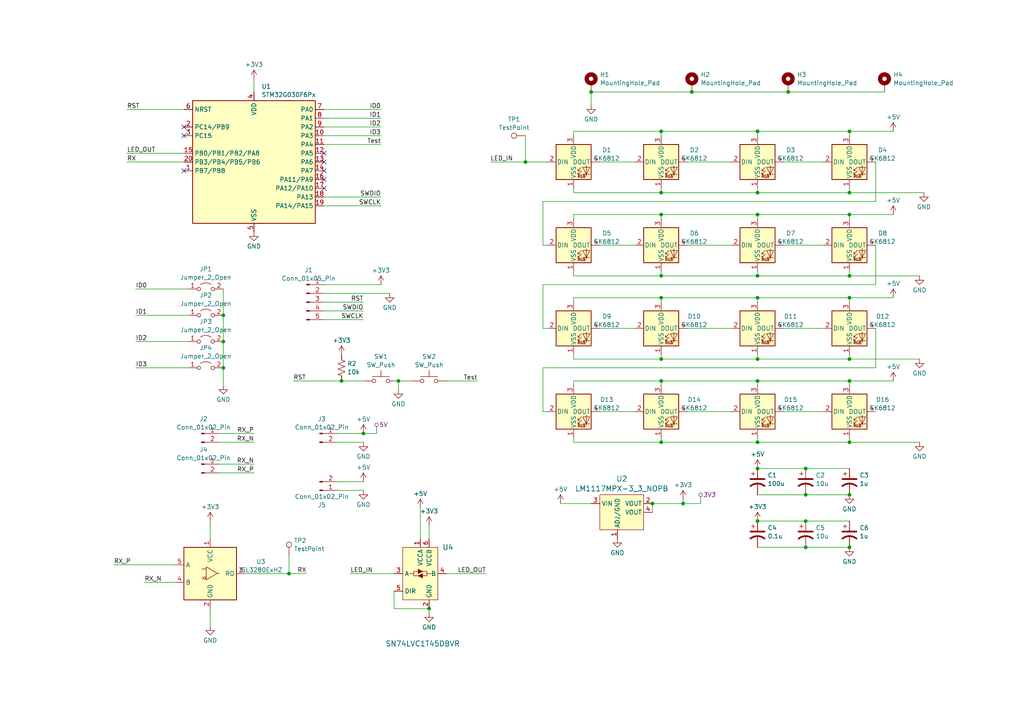
<source format=kicad_sch>
(kicad_sch (version 20230121) (generator eeschema)
  (paper "A4")
  (lib_symbols
    (symbol "CellLight-rescue:SN74LVC1T45DBVR-dk_Logic-Translators-Level-Shifters"
      (property "Reference" "U" (at -3.81 8.89 0))
      (property "Value" "dk_Logic-Translators-Level-Shifters_SN74LVC1T45DBVR" (at -1.27 11.43 0))
      (symbol "SN74LVC1T45DBVR-dk_Logic-Translators-Level-Shifters_0_1"
        (rectangle (start -5.08 7.62) (end 5.08 -7.62) (fill (type background)))
        (polyline (pts (xy -3.175 0) (xy -1.905 0)))
        (polyline (pts (xy 3.175 0) (xy 1.905 0)))
        (polyline (pts (xy -1.905 0) (xy -1.905 -0.635) (xy -0.508 -0.635)))
        (polyline (pts (xy -1.905 0) (xy -1.905 0.635) (xy -0.635 0.635)))
        (polyline (pts (xy 1.905 0) (xy 1.905 -0.635) (xy 0.635 -0.635)))
        (polyline (pts (xy 1.905 0) (xy 1.905 0.635) (xy 0.635 0.635)))
        (polyline (pts (xy -0.635 1.27) (xy -0.635 0) (xy 0.635 0.635) (xy -0.635 1.27)) (fill (type outline)))
        (polyline (pts (xy 0.635 0) (xy 0.635 -1.27) (xy -0.635 -0.635) (xy 0.635 0)) (fill (type outline)))
      )
      (symbol "SN74LVC1T45DBVR-dk_Logic-Translators-Level-Shifters_1_1"
        (pin power_in line (at 0 10.16 270) (length 2.54) (name "VCCA") (number "1"))
        (pin power_in line (at 2.54 -10.16 90) (length 2.54) (name "GND") (number "2"))
        (pin bidirectional line (at -7.62 0 0) (length 2.54) (name "A") (number "3"))
        (pin bidirectional line (at 7.62 0 180) (length 2.54) (name "B") (number "4"))
        (pin input line (at -7.62 -5.08 0) (length 2.54) (name "DIR") (number "5"))
        (pin power_in line (at 2.54 10.16 270) (length 2.54) (name "VCCB") (number "6"))
      )
    )
    (symbol "Connector:Conn_01x02_Pin" (pin_names (offset 1.016) hide)
      (property "Reference" "J" (at 0 2.54 0))
      (property "Value" "Conn_01x02_Pin" (at 0 -5.08 0))
      (symbol "Conn_01x02_Pin_1_1"
        (polyline (pts (xy 1.27 -2.54) (xy 0.8636 -2.54)) (stroke (width 0.1524)))
        (polyline (pts (xy 1.27 0) (xy 0.8636 0)) (stroke (width 0.1524)))
        (rectangle (start 0.8636 -2.413) (end 0 -2.667) (stroke (width 0.1524)) (fill (type outline)))
        (rectangle (start 0.8636 0.127) (end 0 -0.127) (stroke (width 0.1524)) (fill (type outline)))
        (pin passive line (at 5.08 0 180) (length 3.81) (name "Pin_1") (number "1"))
        (pin passive line (at 5.08 -2.54 180) (length 3.81) (name "Pin_2") (number "2"))
      )
    )
    (symbol "Connector:Conn_01x05_Pin" (pin_names (offset 1.016) hide)
      (property "Reference" "J" (at 0 7.62 0))
      (property "Value" "Conn_01x05_Pin" (at 0 -7.62 0))
      (symbol "Conn_01x05_Pin_1_1"
        (polyline (pts (xy 1.27 -5.08) (xy 0.8636 -5.08)) (stroke (width 0.1524)))
        (polyline (pts (xy 1.27 -2.54) (xy 0.8636 -2.54)) (stroke (width 0.1524)))
        (polyline (pts (xy 1.27 0) (xy 0.8636 0)) (stroke (width 0.1524)))
        (polyline (pts (xy 1.27 2.54) (xy 0.8636 2.54)) (stroke (width 0.1524)))
        (polyline (pts (xy 1.27 5.08) (xy 0.8636 5.08)) (stroke (width 0.1524)))
        (rectangle (start 0.8636 -4.953) (end 0 -5.207) (stroke (width 0.1524)) (fill (type outline)))
        (rectangle (start 0.8636 -2.413) (end 0 -2.667) (stroke (width 0.1524)) (fill (type outline)))
        (rectangle (start 0.8636 0.127) (end 0 -0.127) (stroke (width 0.1524)) (fill (type outline)))
        (rectangle (start 0.8636 2.667) (end 0 2.413) (stroke (width 0.1524)) (fill (type outline)))
        (rectangle (start 0.8636 5.207) (end 0 4.953) (stroke (width 0.1524)) (fill (type outline)))
        (pin passive line (at 5.08 5.08 180) (length 3.81) (name "Pin_1") (number "1"))
        (pin passive line (at 5.08 2.54 180) (length 3.81) (name "Pin_2") (number "2"))
        (pin passive line (at 5.08 0 180) (length 3.81) (name "Pin_3") (number "3"))
        (pin passive line (at 5.08 -2.54 180) (length 3.81) (name "Pin_4") (number "4"))
        (pin passive line (at 5.08 -5.08 180) (length 3.81) (name "Pin_5") (number "5"))
      )
    )
    (symbol "Connector:TestPoint" (pin_numbers hide) (pin_names (offset 0.762) hide)
      (property "Reference" "TP" (at 0 6.858 0))
      (property "Value" "TestPoint" (at 0 5.08 0))
      (symbol "TestPoint_0_1"
        (circle (center 0 3.302) (radius 0.762))
      )
      (symbol "TestPoint_1_1"
        (pin passive line (at 0 0 90) (length 2.54) (name "1") (number "1"))
      )
    )
    (symbol "Device:C_Polarized_US" (pin_numbers hide) (pin_names (offset 0.254) hide)
      (property "Reference" "C" (at 0.635 2.54 0))
      (property "Value" "C_Polarized_US" (at 0.635 -2.54 0))
      (symbol "C_Polarized_US_0_1"
        (polyline (pts (xy -2.032 0.762) (xy 2.032 0.762)) (stroke (width 0.508)))
        (polyline (pts (xy -1.778 2.286) (xy -0.762 2.286)))
        (polyline (pts (xy -1.27 1.778) (xy -1.27 2.794)))
        (arc (start 2.032 -1.27) (mid 0 -0.5572) (end -2.032 -1.27) (stroke (width 0.508)))
      )
      (symbol "C_Polarized_US_1_1"
        (pin passive line (at 0 3.81 270) (length 2.794) (name "~") (number "1"))
        (pin passive line (at 0 -3.81 90) (length 3.302) (name "~") (number "2"))
      )
    )
    (symbol "Device:R_US" (pin_numbers hide) (pin_names (offset 0))
      (property "Reference" "R" (at 2.54 0 90))
      (property "Value" "R_US" (at -2.54 0 90))
      (symbol "R_US_0_1"
        (polyline (pts (xy 0 -2.286) (xy 0 -2.54)))
        (polyline (pts (xy 0 2.286) (xy 0 2.54)))
        (polyline (pts (xy 0 -0.762) (xy 1.016 -1.143) (xy 0 -1.524) (xy -1.016 -1.905) (xy 0 -2.286)))
        (polyline (pts (xy 0 0.762) (xy 1.016 0.381) (xy 0 0) (xy -1.016 -0.381) (xy 0 -0.762)))
        (polyline (pts (xy 0 2.286) (xy 1.016 1.905) (xy 0 1.524) (xy -1.016 1.143) (xy 0 0.762)))
      )
      (symbol "R_US_1_1"
        (pin passive line (at 0 3.81 270) (length 1.27) (name "~") (number "1"))
        (pin passive line (at 0 -3.81 90) (length 1.27) (name "~") (number "2"))
      )
    )
    (symbol "Interface_UART:ISL3280ExHZ"
      (property "Reference" "U" (at 2.54 11.43 0))
      (property "Value" "ISL3280ExHZ" (at 2.54 8.89 0))
      (symbol "ISL3280ExHZ_0_1"
        (circle (center -1.651 -1.2954) (radius 0.3556))
        (polyline (pts (xy -2.0574 -1.2954) (xy -2.3622 -1.2954)))
        (polyline (pts (xy 2.032 0.0762) (xy 2.667 0.0762)))
        (polyline (pts (xy -1.143 1.9812) (xy -1.143 -1.8288) (xy 2.032 0.0762) (xy -1.143 1.9812) (xy -1.143 1.3462) (xy -2.413 1.3462)))
        (rectangle (start 7.62 7.62) (end -7.62 -7.62) (stroke (width 0.254)) (fill (type background)))
      )
      (symbol "ISL3280ExHZ_1_1"
        (pin power_in line (at 0 10.16 270) (length 2.54) (name "VCC") (number "1"))
        (pin power_in line (at 0 -10.16 90) (length 2.54) (name "GND") (number "2"))
        (pin output line (at 10.16 0 180) (length 2.54) (name "RO") (number "3"))
        (pin input line (at -10.16 -2.54 0) (length 2.54) (name "B") (number "4"))
        (pin input line (at -10.16 2.54 0) (length 2.54) (name "A") (number "5"))
      )
    )
    (symbol "Jumper:Jumper_2_Open" (pin_names (offset 0) hide)
      (property "Reference" "JP" (at 0 2.794 0))
      (property "Value" "Jumper_2_Open" (at 0 -2.286 0))
      (symbol "Jumper_2_Open_0_0"
        (circle (center -2.032 0) (radius 0.508))
        (circle (center 2.032 0) (radius 0.508))
      )
      (symbol "Jumper_2_Open_0_1"
        (arc (start 1.524 1.27) (mid 0 1.778) (end -1.524 1.27))
      )
      (symbol "Jumper_2_Open_1_1"
        (pin passive line (at -5.08 0 0) (length 2.54) (name "A") (number "1"))
        (pin passive line (at 5.08 0 180) (length 2.54) (name "B") (number "2"))
      )
    )
    (symbol "LED:SK6812" (pin_names (offset 0.254))
      (property "Reference" "D" (at 5.08 5.715 0))
      (property "Value" "SK6812" (at 1.27 -5.715 0))
      (symbol "SK6812_0_0"
        (text "RGB" (at 2.286 -4.191 0) (effects (font (size 0.762 0.762))))
      )
      (symbol "SK6812_0_1"
        (polyline (pts (xy 1.27 -3.556) (xy 1.778 -3.556)))
        (polyline (pts (xy 1.27 -2.54) (xy 1.778 -2.54)))
        (polyline (pts (xy 4.699 -3.556) (xy 2.667 -3.556)))
        (polyline (pts (xy 2.286 -2.54) (xy 1.27 -3.556) (xy 1.27 -3.048)))
        (polyline (pts (xy 2.286 -1.524) (xy 1.27 -2.54) (xy 1.27 -2.032)))
        (polyline (pts (xy 3.683 -1.016) (xy 3.683 -3.556) (xy 3.683 -4.064)))
        (polyline (pts (xy 4.699 -1.524) (xy 2.667 -1.524) (xy 3.683 -3.556) (xy 4.699 -1.524)))
        (rectangle (start 5.08 5.08) (end -5.08 -5.08) (stroke (width 0.254)) (fill (type background)))
      )
      (symbol "SK6812_1_1"
        (pin power_in line (at 0 -7.62 90) (length 2.54) (name "VSS") (number "1"))
        (pin input line (at -7.62 0 0) (length 2.54) (name "DIN") (number "2"))
        (pin power_in line (at 0 7.62 270) (length 2.54) (name "VDD") (number "3"))
        (pin output line (at 7.62 0 180) (length 2.54) (name "DOUT") (number "4"))
      )
    )
    (symbol "MCU_ST_STM32G0:STM32G030F6Px"
      (property "Reference" "U" (at -17.78 19.05 0))
      (property "Value" "STM32G030F6Px" (at 2.54 19.05 0))
      (symbol "STM32G030F6Px_0_1"
        (rectangle (start -17.78 -17.78) (end 17.78 17.78) (stroke (width 0.254)) (fill (type background)))
      )
      (symbol "STM32G030F6Px_1_1"
        (pin bidirectional line (at -20.32 -2.54 0) (length 2.54) (name "PB7/PB8") (number "1"))
        (pin bidirectional line (at 20.32 7.62 180) (length 2.54) (name "PA3") (number "10"))
        (pin bidirectional line (at 20.32 5.08 180) (length 2.54) (name "PA4") (number "11"))
        (pin bidirectional line (at 20.32 2.54 180) (length 2.54) (name "PA5") (number "12"))
        (pin bidirectional line (at 20.32 0 180) (length 2.54) (name "PA6") (number "13"))
        (pin bidirectional line (at 20.32 -2.54 180) (length 2.54) (name "PA7") (number "14"))
        (pin bidirectional line (at -20.32 2.54 0) (length 2.54) (name "PB0/PB1/PB2/PA8") (number "15"))
        (pin bidirectional line (at 20.32 -5.08 180) (length 2.54) (name "PA11/PA9") (number "16"))
        (pin bidirectional line (at 20.32 -7.62 180) (length 2.54) (name "PA12/PA10") (number "17"))
        (pin bidirectional line (at 20.32 -10.16 180) (length 2.54) (name "PA13") (number "18"))
        (pin bidirectional line (at 20.32 -12.7 180) (length 2.54) (name "PA14/PA15") (number "19"))
        (pin bidirectional line (at -20.32 10.16 0) (length 2.54) (name "PC14/PB9") (number "2"))
        (pin bidirectional line (at -20.32 0 0) (length 2.54) (name "PB3/PB4/PB5/PB6") (number "20"))
        (pin bidirectional line (at -20.32 7.62 0) (length 2.54) (name "PC15") (number "3"))
        (pin power_in line (at 0 20.32 270) (length 2.54) (name "VDD") (number "4"))
        (pin power_in line (at 0 -20.32 90) (length 2.54) (name "VSS") (number "5"))
        (pin input line (at -20.32 15.24 0) (length 2.54) (name "NRST") (number "6"))
        (pin bidirectional line (at 20.32 15.24 180) (length 2.54) (name "PA0") (number "7"))
        (pin bidirectional line (at 20.32 12.7 180) (length 2.54) (name "PA1") (number "8"))
        (pin bidirectional line (at 20.32 10.16 180) (length 2.54) (name "PA2") (number "9"))
      )
    )
    (symbol "Mechanical:MountingHole_Pad" (pin_numbers hide) (pin_names (offset 1.016) hide)
      (property "Reference" "H" (at 0 6.35 0))
      (property "Value" "MountingHole_Pad" (at 0 4.445 0))
      (symbol "MountingHole_Pad_0_1"
        (circle (center 0 1.27) (radius 1.27) (stroke (width 1.27)))
      )
      (symbol "MountingHole_Pad_1_1"
        (pin input line (at 0 -2.54 90) (length 2.54) (name "1") (number "1"))
      )
    )
    (symbol "Switch:SW_Push" (pin_numbers hide) (pin_names (offset 1.016) hide)
      (property "Reference" "SW" (at 1.27 2.54 0))
      (property "Value" "SW_Push" (at 0 -1.524 0))
      (symbol "SW_Push_0_1"
        (circle (center -2.032 0) (radius 0.508))
        (polyline (pts (xy 0 1.27) (xy 0 3.048)))
        (polyline (pts (xy 2.54 1.27) (xy -2.54 1.27)))
        (circle (center 2.032 0) (radius 0.508))
        (pin passive line (at -5.08 0 0) (length 2.54) (name "1") (number "1"))
        (pin passive line (at 5.08 0 180) (length 2.54) (name "2") (number "2"))
      )
    )
    (symbol "dk_PMIC-Voltage-Regulators-Linear:LM1117MPX-3_3_NOPB"
      (property "Reference" "U" (at -7.6962 3.4544 0))
      (property "Value" "LM1117MPX-3_3_NOPB" (at -2.3622 -8.6868 0))
      (symbol "LM1117MPX-3_3_NOPB_0_1"
        (rectangle (start 5.08 2.54) (end -7.62 -7.62) (fill (type background)))
      )
      (symbol "LM1117MPX-3_3_NOPB_1_1"
        (pin power_in line (at -2.54 -10.16 90) (length 2.54) (name "ADJ/GND") (number "1"))
        (pin power_out line (at 7.62 0 180) (length 2.54) (name "VOUT") (number "2"))
        (pin power_in line (at -10.16 0 0) (length 2.54) (name "VIN") (number "3"))
        (pin power_out line (at 7.62 -2.54 180) (length 2.54) (name "VOUT") (number "4"))
      )
    )
    (symbol "power:+3V3" (power) (pin_names (offset 0))
      (property "Value" "+3V3" (at 0 3.556 0))
      (symbol "+3V3_0_1"
        (polyline (pts (xy -0.762 1.27) (xy 0 2.54)))
        (polyline (pts (xy 0 0) (xy 0 2.54)))
        (polyline (pts (xy 0 2.54) (xy 0.762 1.27)))
      )
      (symbol "+3V3_1_1"
        (pin power_in line (at 0 0 90) (length 0) hide (name "+3V3") (number "1"))
      )
    )
    (symbol "power:+5V" (power) (pin_names (offset 0))
      (property "Value" "+5V" (at 0 3.556 0))
      (symbol "+5V_0_1"
        (polyline (pts (xy -0.762 1.27) (xy 0 2.54)))
        (polyline (pts (xy 0 0) (xy 0 2.54)))
        (polyline (pts (xy 0 2.54) (xy 0.762 1.27)))
      )
      (symbol "+5V_1_1"
        (pin power_in line (at 0 0 90) (length 0) hide (name "+5V") (number "1"))
      )
    )
    (symbol "power:GND" (power) (pin_names (offset 0))
      (property "Value" "GND" (at 0 -3.81 0))
      (symbol "GND_0_1"
        (polyline (pts (xy 0 0) (xy 0 -1.27) (xy 1.27 -1.27) (xy 0 -2.54) (xy -1.27 -1.27) (xy 0 -1.27)))
      )
      (symbol "GND_1_1"
        (pin power_in line (at 0 0 270) (length 0) hide (name "GND") (number "1"))
      )
    )
  )
  (junction (at 171.45 26.67))
  (junction (at 64.77 106.68))
  (junction (at 246.38 62.23))
  (junction (at 83.82 166.37))
  (junction (at 246.38 143.51))
  (junction (at 115.57 110.49))
  (junction (at 105.41 125.73))
  (junction (at 191.77 80.01))
  (junction (at 124.46 176.53))
  (junction (at 219.71 38.1))
  (junction (at 219.71 104.14))
  (junction (at 246.38 128.27))
  (junction (at 233.68 151.13))
  (junction (at 219.71 151.13))
  (junction (at 233.68 158.75))
  (junction (at 191.77 62.23))
  (junction (at 246.38 55.88))
  (junction (at 228.6 26.67))
  (junction (at 219.71 135.89))
  (junction (at 191.77 55.88))
  (junction (at 99.06 110.49))
  (junction (at 152.4 46.99))
  (junction (at 191.77 86.36))
  (junction (at 246.38 38.1))
  (junction (at 64.77 99.06))
  (junction (at 219.71 62.23))
  (junction (at 191.77 38.1))
  (junction (at 233.68 143.51))
  (junction (at 246.38 86.36))
  (junction (at 219.71 55.88))
  (junction (at 219.71 86.36))
  (junction (at 219.71 80.01))
  (junction (at 191.77 104.14))
  (junction (at 219.71 128.27))
  (junction (at 246.38 80.01))
  (junction (at 246.38 110.49))
  (junction (at 219.71 110.49))
  (junction (at 246.38 158.75))
  (junction (at 191.77 128.27))
  (junction (at 246.38 104.14))
  (junction (at 191.77 110.49))
  (junction (at 198.12 146.05))
  (junction (at 233.68 135.89))
  (junction (at 64.77 91.44))
  (junction (at 189.23 146.05))
  (junction (at 200.66 26.67))
  (no_connect (at 93.98 44.45))
  (no_connect (at 53.34 36.83))
  (no_connect (at 93.98 54.61))
  (no_connect (at 93.98 46.99))
  (no_connect (at 53.34 49.53))
  (no_connect (at 93.98 52.07))
  (no_connect (at 53.34 39.37))
  (no_connect (at 93.98 49.53))
  (wire (pts (xy 219.71 128.27) (xy 246.38 128.27)))
  (wire (pts (xy 97.79 125.73) (xy 105.41 125.73)))
  (wire (pts (xy 246.38 62.23) (xy 259.08 62.23)))
  (wire (pts (xy 114.3 176.53) (xy 124.46 176.53)))
  (wire (pts (xy 166.37 110.49) (xy 191.77 110.49)))
  (wire (pts (xy 166.37 86.36) (xy 191.77 86.36)))
  (wire (pts (xy 246.38 80.01) (xy 246.38 78.74)))
  (wire (pts (xy 219.71 128.27) (xy 219.71 127)))
  (wire (pts (xy 227.33 46.99) (xy 238.76 46.99)))
  (wire (pts (xy 166.37 54.61) (xy 166.37 55.88)))
  (wire (pts (xy 93.98 31.75) (xy 110.49 31.75)))
  (wire (pts (xy 246.38 128.27) (xy 246.38 127)))
  (wire (pts (xy 41.91 168.91) (xy 50.8 168.91)))
  (wire (pts (xy 166.37 38.1) (xy 191.77 38.1)))
  (wire (pts (xy 63.5 128.27) (xy 73.66 128.27)))
  (wire (pts (xy 191.77 78.74) (xy 191.77 80.01)))
  (wire (pts (xy 246.38 62.23) (xy 246.38 63.5)))
  (wire (pts (xy 246.38 55.88) (xy 267.97 55.88)))
  (wire (pts (xy 93.98 41.91) (xy 110.49 41.91)))
  (wire (pts (xy 191.77 110.49) (xy 191.77 111.76)))
  (wire (pts (xy 97.79 139.7) (xy 105.41 139.7)))
  (wire (pts (xy 227.33 119.38) (xy 238.76 119.38)))
  (wire (pts (xy 246.38 86.36) (xy 246.38 87.63)))
  (wire (pts (xy 219.71 80.01) (xy 246.38 80.01)))
  (wire (pts (xy 166.37 127) (xy 166.37 128.27)))
  (wire (pts (xy 219.71 104.14) (xy 219.71 102.87)))
  (wire (pts (xy 233.68 135.89) (xy 246.38 135.89)))
  (wire (pts (xy 115.57 110.49) (xy 115.57 113.03)))
  (wire (pts (xy 173.99 71.12) (xy 184.15 71.12)))
  (wire (pts (xy 93.98 34.29) (xy 110.49 34.29)))
  (wire (pts (xy 93.98 90.17) (xy 105.41 90.17)))
  (wire (pts (xy 254 71.12) (xy 254 82.55)))
  (wire (pts (xy 114.3 171.45) (xy 114.3 176.53)))
  (wire (pts (xy 166.37 55.88) (xy 191.77 55.88)))
  (wire (pts (xy 191.77 54.61) (xy 191.77 55.88)))
  (wire (pts (xy 39.37 106.68) (xy 54.61 106.68)))
  (wire (pts (xy 191.77 86.36) (xy 191.77 87.63)))
  (wire (pts (xy 166.37 111.76) (xy 166.37 110.49)))
  (wire (pts (xy 246.38 104.14) (xy 266.7 104.14)))
  (wire (pts (xy 219.71 110.49) (xy 246.38 110.49)))
  (wire (pts (xy 219.71 62.23) (xy 219.71 63.5)))
  (wire (pts (xy 219.71 110.49) (xy 219.71 111.76)))
  (wire (pts (xy 191.77 62.23) (xy 219.71 62.23)))
  (wire (pts (xy 93.98 59.69) (xy 110.49 59.69)))
  (wire (pts (xy 219.71 104.14) (xy 246.38 104.14)))
  (wire (pts (xy 227.33 71.12) (xy 238.76 71.12)))
  (wire (pts (xy 93.98 57.15) (xy 110.49 57.15)))
  (wire (pts (xy 36.83 44.45) (xy 53.34 44.45)))
  (wire (pts (xy 63.5 125.73) (xy 73.66 125.73)))
  (wire (pts (xy 83.82 166.37) (xy 88.9 166.37)))
  (wire (pts (xy 157.48 119.38) (xy 158.75 119.38)))
  (wire (pts (xy 198.12 146.05) (xy 203.2 146.05)))
  (wire (pts (xy 124.46 176.53) (xy 124.46 177.8)))
  (wire (pts (xy 191.77 38.1) (xy 219.71 38.1)))
  (wire (pts (xy 219.71 158.75) (xy 233.68 158.75)))
  (wire (pts (xy 105.41 125.73) (xy 109.22 125.73)))
  (wire (pts (xy 254 58.42) (xy 157.48 58.42)))
  (wire (pts (xy 83.82 161.29) (xy 83.82 166.37)))
  (wire (pts (xy 191.77 80.01) (xy 219.71 80.01)))
  (wire (pts (xy 254 106.68) (xy 157.48 106.68)))
  (wire (pts (xy 64.77 106.68) (xy 64.77 111.76)))
  (wire (pts (xy 219.71 55.88) (xy 219.71 54.61)))
  (wire (pts (xy 162.56 146.05) (xy 171.45 146.05)))
  (wire (pts (xy 254 95.25) (xy 254 106.68)))
  (wire (pts (xy 115.57 110.49) (xy 119.38 110.49)))
  (wire (pts (xy 166.37 62.23) (xy 191.77 62.23)))
  (wire (pts (xy 33.02 163.83) (xy 50.8 163.83)))
  (wire (pts (xy 173.99 119.38) (xy 184.15 119.38)))
  (wire (pts (xy 63.5 134.62) (xy 73.66 134.62)))
  (wire (pts (xy 191.77 86.36) (xy 219.71 86.36)))
  (wire (pts (xy 219.71 86.36) (xy 219.71 87.63)))
  (wire (pts (xy 101.6 166.37) (xy 114.3 166.37)))
  (wire (pts (xy 99.06 110.49) (xy 105.41 110.49)))
  (wire (pts (xy 191.77 38.1) (xy 191.77 39.37)))
  (wire (pts (xy 246.38 80.01) (xy 266.7 80.01)))
  (wire (pts (xy 36.83 46.99) (xy 53.34 46.99)))
  (wire (pts (xy 191.77 102.87) (xy 191.77 104.14)))
  (wire (pts (xy 191.77 55.88) (xy 219.71 55.88)))
  (wire (pts (xy 254 46.99) (xy 254 58.42)))
  (wire (pts (xy 219.71 135.89) (xy 233.68 135.89)))
  (wire (pts (xy 171.45 26.67) (xy 200.66 26.67)))
  (wire (pts (xy 93.98 87.63) (xy 105.41 87.63)))
  (wire (pts (xy 157.48 71.12) (xy 158.75 71.12)))
  (wire (pts (xy 246.38 104.14) (xy 246.38 102.87)))
  (wire (pts (xy 171.45 26.67) (xy 171.45 30.48)))
  (wire (pts (xy 227.33 95.25) (xy 238.76 95.25)))
  (wire (pts (xy 97.79 128.27) (xy 105.41 128.27)))
  (wire (pts (xy 152.4 39.37) (xy 152.4 46.99)))
  (wire (pts (xy 71.12 166.37) (xy 83.82 166.37)))
  (wire (pts (xy 124.46 152.4) (xy 124.46 156.21)))
  (wire (pts (xy 246.38 38.1) (xy 246.38 39.37)))
  (wire (pts (xy 199.39 46.99) (xy 212.09 46.99)))
  (wire (pts (xy 85.09 110.49) (xy 99.06 110.49)))
  (wire (pts (xy 219.71 80.01) (xy 219.71 78.74)))
  (wire (pts (xy 39.37 83.82) (xy 54.61 83.82)))
  (wire (pts (xy 254 82.55) (xy 157.48 82.55)))
  (wire (pts (xy 60.96 151.13) (xy 60.96 156.21)))
  (wire (pts (xy 93.98 82.55) (xy 110.49 82.55)))
  (wire (pts (xy 129.54 110.49) (xy 138.43 110.49)))
  (wire (pts (xy 93.98 39.37) (xy 110.49 39.37)))
  (wire (pts (xy 64.77 99.06) (xy 64.77 106.68)))
  (wire (pts (xy 97.79 142.24) (xy 105.41 142.24)))
  (wire (pts (xy 36.83 31.75) (xy 53.34 31.75)))
  (wire (pts (xy 219.71 151.13) (xy 233.68 151.13)))
  (wire (pts (xy 166.37 128.27) (xy 191.77 128.27)))
  (wire (pts (xy 93.98 36.83) (xy 110.49 36.83)))
  (wire (pts (xy 246.38 86.36) (xy 259.08 86.36)))
  (wire (pts (xy 191.77 127) (xy 191.77 128.27)))
  (wire (pts (xy 64.77 83.82) (xy 64.77 91.44)))
  (wire (pts (xy 73.66 22.86) (xy 73.66 26.67)))
  (wire (pts (xy 152.4 46.99) (xy 158.75 46.99)))
  (wire (pts (xy 64.77 91.44) (xy 64.77 99.06)))
  (wire (pts (xy 142.24 46.99) (xy 152.4 46.99)))
  (wire (pts (xy 200.66 26.67) (xy 228.6 26.67)))
  (wire (pts (xy 173.99 46.99) (xy 184.15 46.99)))
  (wire (pts (xy 93.98 85.09) (xy 113.03 85.09)))
  (wire (pts (xy 219.71 62.23) (xy 246.38 62.23)))
  (wire (pts (xy 129.54 166.37) (xy 140.97 166.37)))
  (wire (pts (xy 199.39 71.12) (xy 212.09 71.12)))
  (wire (pts (xy 60.96 176.53) (xy 60.96 181.61)))
  (wire (pts (xy 199.39 119.38) (xy 212.09 119.38)))
  (wire (pts (xy 233.68 143.51) (xy 246.38 143.51)))
  (wire (pts (xy 39.37 99.06) (xy 54.61 99.06)))
  (wire (pts (xy 246.38 128.27) (xy 266.7 128.27)))
  (wire (pts (xy 157.48 82.55) (xy 157.48 95.25)))
  (wire (pts (xy 189.23 146.05) (xy 189.23 148.59)))
  (wire (pts (xy 219.71 86.36) (xy 246.38 86.36)))
  (wire (pts (xy 189.23 146.05) (xy 198.12 146.05)))
  (wire (pts (xy 246.38 110.49) (xy 246.38 111.76)))
  (wire (pts (xy 191.77 110.49) (xy 219.71 110.49)))
  (wire (pts (xy 191.77 62.23) (xy 191.77 63.5)))
  (wire (pts (xy 166.37 87.63) (xy 166.37 86.36)))
  (wire (pts (xy 166.37 78.74) (xy 166.37 80.01)))
  (wire (pts (xy 191.77 128.27) (xy 219.71 128.27)))
  (wire (pts (xy 191.77 104.14) (xy 219.71 104.14)))
  (wire (pts (xy 233.68 158.75) (xy 246.38 158.75)))
  (wire (pts (xy 246.38 38.1) (xy 259.08 38.1)))
  (wire (pts (xy 93.98 92.71) (xy 105.41 92.71)))
  (wire (pts (xy 157.48 58.42) (xy 157.48 71.12)))
  (wire (pts (xy 219.71 38.1) (xy 219.71 39.37)))
  (wire (pts (xy 219.71 38.1) (xy 246.38 38.1)))
  (wire (pts (xy 219.71 55.88) (xy 246.38 55.88)))
  (wire (pts (xy 39.37 91.44) (xy 54.61 91.44)))
  (wire (pts (xy 63.5 137.16) (xy 73.66 137.16)))
  (wire (pts (xy 157.48 106.68) (xy 157.48 119.38)))
  (wire (pts (xy 246.38 110.49) (xy 259.08 110.49)))
  (wire (pts (xy 166.37 102.87) (xy 166.37 104.14)))
  (wire (pts (xy 219.71 143.51) (xy 233.68 143.51)))
  (wire (pts (xy 198.12 146.05) (xy 198.12 144.78)))
  (wire (pts (xy 228.6 26.67) (xy 256.54 26.67)))
  (wire (pts (xy 173.99 95.25) (xy 184.15 95.25)))
  (wire (pts (xy 166.37 104.14) (xy 191.77 104.14)))
  (wire (pts (xy 199.39 95.25) (xy 212.09 95.25)))
  (wire (pts (xy 121.92 147.32) (xy 121.92 156.21)))
  (wire (pts (xy 166.37 39.37) (xy 166.37 38.1)))
  (wire (pts (xy 166.37 80.01) (xy 191.77 80.01)))
  (wire (pts (xy 246.38 55.88) (xy 246.38 54.61)))
  (wire (pts (xy 166.37 63.5) (xy 166.37 62.23)))
  (wire (pts (xy 233.68 151.13) (xy 246.38 151.13)))
  (wire (pts (xy 157.48 95.25) (xy 158.75 95.25)))
  (label "ID2" (at 110.49 36.83 180))
  (label "RX" (at 36.83 46.99 0))
  (label "ID3" (at 39.37 106.68 0))
  (label "ID0" (at 39.37 83.82 0))
  (label "Test" (at 138.43 110.49 180))
  (label "ID1" (at 39.37 91.44 0))
  (label "LED_IN" (at 101.6 166.37 0))
  (label "ID3" (at 110.49 39.37 180))
  (label "RX_P" (at 33.02 163.83 0))
  (label "RX_P" (at 73.66 125.73 180))
  (label "RST" (at 85.09 110.49 0))
  (label "RX_N" (at 73.66 128.27 180))
  (label "RST" (at 36.83 31.75 0))
  (label "RST" (at 105.41 87.63 180))
  (label "RX_N" (at 41.91 168.91 0))
  (label "RX" (at 88.9 166.37 180))
  (label "Test" (at 110.49 41.91 180))
  (label "SWDIO" (at 105.41 90.17 180))
  (label "RX_N" (at 73.66 134.62 180))
  (label "LED_IN" (at 142.24 46.99 0))
  (label "SWCLK" (at 110.49 59.69 180))
  (label "SWDIO" (at 110.49 57.15 180))
  (label "RX_P" (at 73.66 137.16 180))
  (label "ID1" (at 110.49 34.29 180))
  (label "LED_OUT" (at 140.97 166.37 180))
  (label "SWCLK" (at 105.41 92.71 180))
  (label "ID0" (at 110.49 31.75 180))
  (label "LED_OUT" (at 36.83 44.45 0))
  (label "ID2" (at 39.37 99.06 0))
  (netclass_flag "" (length 2.54) (shape round) (at 109.22 125.73 0) (property "Netclass" "5V" (at 109.9185 123.19 0) (effects (font italic) (justify left))))
  (netclass_flag "" (length 2.54) (shape round) (at 203.2 146.05 0) (property "Netclass" "3V3" (at 203.8985 143.51 0) (effects (font italic) (justify left))))
  (symbol (lib_id "power:+3V3") (at 219.71 151.13 0) (unit 1)
    (property "Reference" "#PWR022" (effects hide))
    (property "Value" "+3V3" (at 219.71 146.9969 0))
  )
  (symbol (lib_id "power:GND") (at 266.7 80.01 0) (unit 1)
    (property "Reference" "#PWR04" (effects hide))
    (property "Value" "GND" (at 266.7 84.1431 0))
  )
  (symbol (lib_id "Connector:TestPoint") (at 83.82 161.29 0) (unit 1)
    (property "Reference" "TP2" (at 85.217 156.7759 0) (effects (justify left)))
    (property "Value" "TestPoint" (at 85.217 159.2001 0) (effects (justify left)))
    (property "Footprint" "TestPoint:TestPoint_Pad_D2.5mm" (effects hide))
  )
  (symbol (lib_id "Connector:Conn_01x02_Pin") (at 92.71 142.24 0) (mirror x) (unit 1)
    (property "Reference" "J5" (at 93.345 146.4605 0))
    (property "Value" "Conn_01x02_Pin" (at 93.345 144.0363 0))
    (property "Footprint" "2383938-2:23839382" (effects hide))
  )
  (symbol (lib_id "Jumper:Jumper_2_Open") (at 59.69 83.82 0) (unit 1)
    (property "Reference" "JP1" (at 59.69 78.0247 0))
    (property "Value" "Jumper_2_Open" (at 59.69 80.4489 0))
    (property "Footprint" "Jumper:SolderJumper-2_P1.3mm_Open_RoundedPad1.0x1.5mm" (effects hide))
  )
  (symbol (lib_id "power:+3V3") (at 124.46 152.4 0) (unit 1)
    (property "Reference" "#PWR026" (effects hide))
    (property "Value" "+3V3" (at 124.46 148.2669 0))
  )
  (symbol (lib_id "Mechanical:MountingHole_Pad") (at 200.66 24.13 0) (unit 1)
    (property "Reference" "H2" (at 203.2 21.6479 0) (effects (justify left)))
    (property "Value" "MountingHole_Pad" (at 203.2 24.0721 0) (effects (justify left)))
    (property "Footprint" "MountingHole:MountingHole_3.2mm_M3_DIN965_Pad" (effects hide))
  )
  (symbol (lib_id "Jumper:Jumper_2_Open") (at 59.69 91.44 0) (unit 1)
    (property "Reference" "JP2" (at 59.69 85.6447 0))
    (property "Value" "Jumper_2_Open" (at 59.69 88.0689 0))
    (property "Footprint" "Jumper:SolderJumper-2_P1.3mm_Open_RoundedPad1.0x1.5mm" (effects hide))
  )
  (symbol (lib_id "power:GND") (at 113.03 85.09 0) (unit 1)
    (property "Reference" "#PWR015" (effects hide))
    (property "Value" "GND" (at 113.03 89.2231 0))
  )
  (symbol (lib_id "Device:C_Polarized_US") (at 246.38 154.94 0) (unit 1)
    (property "Reference" "C6" (at 249.301 153.0929 0) (effects (justify left)))
    (property "Value" "1u" (at 249.301 155.5171 0) (effects (justify left)))
    (property "Footprint" "Capacitor_SMD:C_0805_2012Metric" (effects hide))
  )
  (symbol (lib_id "power:+5V") (at 259.08 62.23 0) (unit 1)
    (property "Reference" "#PWR08" (effects hide))
    (property "Value" "+5V" (at 259.08 58.0969 0))
  )
  (symbol (lib_id "LED:SK6812") (at 219.71 95.25 0) (unit 1)
    (property "Reference" "D11" (at 229.3219 91.7758 0))
    (property "Value" "SK6812" (at 229.3219 94.2 0))
    (property "Footprint" "LED_SMD:LED_SK6812_PLCC4_5.0x5.0mm_P3.2mm" (effects hide))
    (property "Datasheet" "https://cdn-shop.adafruit.com/product-files/1138/SK6812+LED+datasheet+.pdf" (effects hide))
  )
  (symbol (lib_id "Connector:TestPoint") (at 152.4 39.37 90) (unit 1)
    (property "Reference" "TP1" (at 149.098 34.5907 90))
    (property "Value" "TestPoint" (at 149.098 37.0149 90))
    (property "Footprint" "TestPoint:TestPoint_Pad_D2.5mm" (effects hide))
  )
  (symbol (lib_id "power:+5V") (at 259.08 38.1 0) (unit 1)
    (property "Reference" "#PWR07" (effects hide))
    (property "Value" "+5V" (at 259.08 33.9669 0))
  )
  (symbol (lib_id "power:GND") (at 266.7 104.14 0) (unit 1)
    (property "Reference" "#PWR05" (effects hide))
    (property "Value" "GND" (at 266.7 108.2731 0))
  )
  (symbol (lib_id "power:GND") (at 171.45 30.48 0) (unit 1)
    (property "Reference" "#PWR030" (effects hide))
    (property "Value" "GND" (at 171.45 34.6131 0))
  )
  (symbol (lib_id "Jumper:Jumper_2_Open") (at 59.69 99.06 0) (unit 1)
    (property "Reference" "JP3" (at 59.69 93.2647 0))
    (property "Value" "Jumper_2_Open" (at 59.69 95.6889 0))
    (property "Footprint" "Jumper:SolderJumper-2_P1.3mm_Open_RoundedPad1.0x1.5mm" (effects hide))
  )
  (symbol (lib_id "LED:SK6812") (at 191.77 95.25 0) (unit 1)
    (property "Reference" "D10" (at 201.3819 91.7758 0))
    (property "Value" "SK6812" (at 201.3819 94.2 0))
    (property "Footprint" "LED_SMD:LED_SK6812_PLCC4_5.0x5.0mm_P3.2mm" (effects hide))
    (property "Datasheet" "https://cdn-shop.adafruit.com/product-files/1138/SK6812+LED+datasheet+.pdf" (effects hide))
  )
  (symbol (lib_id "LED:SK6812") (at 191.77 46.99 0) (unit 1)
    (property "Reference" "D2" (at 201.3819 43.5158 0))
    (property "Value" "SK6812" (at 201.3819 45.94 0))
    (property "Footprint" "LED_SMD:LED_SK6812_PLCC4_5.0x5.0mm_P3.2mm" (effects hide))
    (property "Datasheet" "https://cdn-shop.adafruit.com/product-files/1138/SK6812+LED+datasheet+.pdf" (effects hide))
  )
  (symbol (lib_id "power:GND") (at 124.46 177.8 0) (unit 1)
    (property "Reference" "#PWR025" (effects hide))
    (property "Value" "GND" (at 124.46 181.9331 0))
  )
  (symbol (lib_id "LED:SK6812") (at 246.38 46.99 0) (unit 1)
    (property "Reference" "D4" (at 255.9919 43.5158 0))
    (property "Value" "SK6812" (at 255.9919 45.94 0))
    (property "Footprint" "LED_SMD:LED_SK6812_PLCC4_5.0x5.0mm_P3.2mm" (effects hide))
    (property "Datasheet" "https://cdn-shop.adafruit.com/product-files/1138/SK6812+LED+datasheet+.pdf" (effects hide))
  )
  (symbol (lib_id "Jumper:Jumper_2_Open") (at 59.69 106.68 0) (unit 1)
    (property "Reference" "JP4" (at 59.69 100.8847 0))
    (property "Value" "Jumper_2_Open" (at 59.69 103.3089 0))
    (property "Footprint" "Jumper:SolderJumper-2_P1.3mm_Open_RoundedPad1.0x1.5mm" (effects hide))
  )
  (symbol (lib_id "LED:SK6812") (at 191.77 119.38 0) (unit 1)
    (property "Reference" "D14" (at 201.3819 115.9058 0))
    (property "Value" "SK6812" (at 201.3819 118.33 0))
    (property "Footprint" "LED_SMD:LED_SK6812_PLCC4_5.0x5.0mm_P3.2mm" (effects hide))
    (property "Datasheet" "https://cdn-shop.adafruit.com/product-files/1138/SK6812+LED+datasheet+.pdf" (effects hide))
  )
  (symbol (lib_id "power:GND") (at 115.57 113.03 0) (unit 1)
    (property "Reference" "#PWR019" (effects hide))
    (property "Value" "GND" (at 115.57 117.1631 0))
  )
  (symbol (lib_id "LED:SK6812") (at 219.71 119.38 0) (unit 1)
    (property "Reference" "D15" (at 229.3219 115.9058 0))
    (property "Value" "SK6812" (at 229.3219 118.33 0))
    (property "Footprint" "LED_SMD:LED_SK6812_PLCC4_5.0x5.0mm_P3.2mm" (effects hide))
    (property "Datasheet" "https://cdn-shop.adafruit.com/product-files/1138/SK6812+LED+datasheet+.pdf" (effects hide))
  )
  (symbol (lib_id "LED:SK6812") (at 246.38 95.25 0) (unit 1)
    (property "Reference" "D12" (at 255.9919 91.7758 0))
    (property "Value" "SK6812" (at 255.9919 94.2 0))
    (property "Footprint" "LED_SMD:LED_SK6812_PLCC4_5.0x5.0mm_P3.2mm" (effects hide))
    (property "Datasheet" "https://cdn-shop.adafruit.com/product-files/1138/SK6812+LED+datasheet+.pdf" (effects hide))
  )
  (symbol (lib_id "power:+3V3") (at 60.96 151.13 0) (unit 1)
    (property "Reference" "#PWR017" (effects hide))
    (property "Value" "+3V3" (at 60.96 146.9969 0))
  )
  (symbol (lib_id "Mechanical:MountingHole_Pad") (at 228.6 24.13 0) (unit 1)
    (property "Reference" "H3" (at 231.14 21.6479 0) (effects (justify left)))
    (property "Value" "MountingHole_Pad" (at 231.14 24.0721 0) (effects (justify left)))
    (property "Footprint" "MountingHole:MountingHole_3.2mm_M3_DIN965_Pad" (effects hide))
  )
  (symbol (lib_id "power:+5V") (at 259.08 86.36 0) (unit 1)
    (property "Reference" "#PWR09" (effects hide))
    (property "Value" "+5V" (at 259.08 82.2269 0))
  )
  (symbol (lib_id "Switch:SW_Push") (at 124.46 110.49 0) (unit 1)
    (property "Reference" "SW2" (at 124.46 103.4247 0))
    (property "Value" "SW_Push" (at 124.46 105.8489 0))
    (property "Footprint" "Button_Switch_SMD:SW_SPST_TL3342" (effects hide))
  )
  (symbol (lib_id "LED:SK6812") (at 219.71 71.12 0) (unit 1)
    (property "Reference" "D7" (at 229.3219 67.6458 0))
    (property "Value" "SK6812" (at 229.3219 70.07 0))
    (property "Footprint" "LED_SMD:LED_SK6812_PLCC4_5.0x5.0mm_P3.2mm" (effects hide))
    (property "Datasheet" "https://cdn-shop.adafruit.com/product-files/1138/SK6812+LED+datasheet+.pdf" (effects hide))
  )
  (symbol (lib_id "power:GND") (at 73.66 67.31 0) (unit 1)
    (property "Reference" "#PWR02" (effects hide))
    (property "Value" "GND" (at 73.66 71.4431 0))
  )
  (symbol (lib_id "Switch:SW_Push") (at 110.49 110.49 0) (unit 1)
    (property "Reference" "SW1" (at 110.49 103.4247 0))
    (property "Value" "SW_Push" (at 110.49 105.8489 0))
    (property "Footprint" "Button_Switch_SMD:SW_SPST_TL3342" (effects hide))
  )
  (symbol (lib_id "power:+5V") (at 162.56 146.05 0) (unit 1)
    (property "Reference" "#PWR014" (effects hide))
    (property "Value" "+5V" (at 162.56 141.9169 0))
  )
  (symbol (lib_id "power:+5V") (at 259.08 110.49 0) (unit 1)
    (property "Reference" "#PWR010" (effects hide))
    (property "Value" "+5V" (at 259.08 106.3569 0))
  )
  (symbol (lib_id "LED:SK6812") (at 246.38 71.12 0) (unit 1)
    (property "Reference" "D8" (at 255.9919 67.6458 0))
    (property "Value" "SK6812" (at 255.9919 70.07 0))
    (property "Footprint" "LED_SMD:LED_SK6812_PLCC4_5.0x5.0mm_P3.2mm" (effects hide))
    (property "Datasheet" "https://cdn-shop.adafruit.com/product-files/1138/SK6812+LED+datasheet+.pdf" (effects hide))
  )
  (symbol (lib_id "power:+3V3") (at 73.66 22.86 0) (unit 1)
    (property "Reference" "#PWR011" (effects hide))
    (property "Value" "+3V3" (at 73.66 18.7269 0))
  )
  (symbol (lib_id "Connector:Conn_01x05_Pin") (at 88.9 87.63 0) (unit 1)
    (property "Reference" "J1" (at 89.535 78.3295 0))
    (property "Value" "Conn_01x05_Pin" (at 89.535 80.7537 0))
    (property "Footprint" "Connector_Harwin:Harwin_M20-89005xx_1x05_P2.54mm_Horizontal" (effects hide))
  )
  (symbol (lib_id "Device:C_Polarized_US") (at 233.68 139.7 0) (unit 1)
    (property "Reference" "C2" (at 236.601 137.8529 0) (effects (justify left)))
    (property "Value" "10u" (at 236.601 140.2771 0) (effects (justify left)))
    (property "Footprint" "Capacitor_SMD:C_0805_2012Metric" (effects hide))
  )
  (symbol (lib_id "Device:C_Polarized_US") (at 219.71 139.7 0) (unit 1)
    (property "Reference" "C1" (at 222.631 137.8529 0) (effects (justify left)))
    (property "Value" "100u" (at 222.631 140.2771 0) (effects (justify left)))
    (property "Footprint" "Capacitor_SMD:C_0805_2012Metric" (effects hide))
  )
  (symbol (lib_id "Device:C_Polarized_US") (at 233.68 154.94 0) (unit 1)
    (property "Reference" "C5" (at 236.601 153.0929 0) (effects (justify left)))
    (property "Value" "10u" (at 236.601 155.5171 0) (effects (justify left)))
    (property "Footprint" "Capacitor_SMD:C_0805_2012Metric" (effects hide))
  )
  (symbol (lib_id "power:+3V3") (at 99.06 102.87 0) (unit 1)
    (property "Reference" "#PWR020" (effects hide))
    (property "Value" "+3V3" (at 99.06 98.7369 0))
  )
  (symbol (lib_id "power:GND") (at 266.7 128.27 0) (unit 1)
    (property "Reference" "#PWR06" (effects hide))
    (property "Value" "GND" (at 266.7 132.4031 0))
  )
  (symbol (lib_id "LED:SK6812") (at 166.37 95.25 0) (unit 1)
    (property "Reference" "D9" (at 175.9819 91.7758 0))
    (property "Value" "SK6812" (at 175.9819 94.2 0))
    (property "Footprint" "LED_SMD:LED_SK6812_PLCC4_5.0x5.0mm_P3.2mm" (effects hide))
    (property "Datasheet" "https://cdn-shop.adafruit.com/product-files/1138/SK6812+LED+datasheet+.pdf" (effects hide))
  )
  (symbol (lib_id "Connector:Conn_01x02_Pin") (at 58.42 125.73 0) (unit 1)
    (property "Reference" "J2" (at 59.055 121.5095 0))
    (property "Value" "Conn_01x02_Pin" (at 59.055 123.9337 0))
    (property "Footprint" "2383938-2:23839382" (effects hide))
  )
  (symbol (lib_id "power:GND") (at 246.38 143.51 0) (unit 1)
    (property "Reference" "#PWR023" (effects hide))
    (property "Value" "GND" (at 246.38 147.6431 0))
  )
  (symbol (lib_id "power:GND") (at 105.41 142.24 0) (unit 1)
    (property "Reference" "#PWR032" (effects hide))
    (property "Value" "GND" (at 105.41 146.3731 0))
  )
  (symbol (lib_id "LED:SK6812") (at 246.38 119.38 0) (unit 1)
    (property "Reference" "D16" (at 255.9919 115.9058 0))
    (property "Value" "SK6812" (at 255.9919 118.33 0))
    (property "Footprint" "LED_SMD:LED_SK6812_PLCC4_5.0x5.0mm_P3.2mm" (effects hide))
    (property "Datasheet" "https://cdn-shop.adafruit.com/product-files/1138/SK6812+LED+datasheet+.pdf" (effects hide))
  )
  (symbol (lib_id "Connector:Conn_01x02_Pin") (at 92.71 125.73 0) (unit 1)
    (property "Reference" "J3" (at 93.345 121.5095 0))
    (property "Value" "Conn_01x02_Pin" (at 93.345 123.9337 0))
    (property "Footprint" "2383938-2:23839382" (effects hide))
  )
  (symbol (lib_id "power:GND") (at 64.77 111.76 0) (unit 1)
    (property "Reference" "#PWR01" (effects hide))
    (property "Value" "GND" (at 64.77 115.8931 0))
  )
  (symbol (lib_id "power:GND") (at 179.07 156.21 0) (unit 1)
    (property "Reference" "#PWR012" (effects hide))
    (property "Value" "GND" (at 179.07 160.3431 0))
  )
  (symbol (lib_id "power:+5V") (at 219.71 135.89 0) (unit 1)
    (property "Reference" "#PWR021" (effects hide))
    (property "Value" "+5V" (at 219.71 131.7569 0))
  )
  (symbol (lib_id "MCU_ST_STM32G0:STM32G030F6Px") (at 73.66 46.99 0) (unit 1)
    (property "Reference" "U1" (at 75.8541 25.0657 0) (effects (justify left)))
    (property "Value" "STM32G030F6Px" (at 75.8541 27.4899 0) (effects (justify left)))
    (property "Footprint" "Package_SO:TSSOP-20_4.4x6.5mm_P0.65mm" (effects hide))
    (property "Datasheet" "https://www.st.com/resource/en/datasheet/stm32g030f6.pdf" (effects hide))
  )
  (symbol (lib_id "Connector:Conn_01x02_Pin") (at 58.42 134.62 0) (unit 1)
    (property "Reference" "J4" (at 59.055 130.3995 0))
    (property "Value" "Conn_01x02_Pin" (at 59.055 132.8237 0))
    (property "Footprint" "2383938-2:23839382" (effects hide))
  )
  (symbol (lib_id "Mechanical:MountingHole_Pad") (at 256.54 24.13 0) (unit 1)
    (property "Reference" "H4" (at 259.08 21.6479 0) (effects (justify left)))
    (property "Value" "MountingHole_Pad" (at 259.08 24.0721 0) (effects (justify left)))
    (property "Footprint" "MountingHole:MountingHole_3.2mm_M3_DIN965_Pad" (effects hide))
  )
  (symbol (lib_id "LED:SK6812") (at 166.37 46.99 0) (unit 1)
    (property "Reference" "D1" (at 175.9819 43.5158 0))
    (property "Value" "SK6812" (at 175.9819 45.94 0))
    (property "Footprint" "LED_SMD:LED_SK6812_PLCC4_5.0x5.0mm_P3.2mm" (effects hide))
    (property "Datasheet" "https://cdn-shop.adafruit.com/product-files/1138/SK6812+LED+datasheet+.pdf" (effects hide))
  )
  (symbol (lib_id "Interface_UART:ISL3280ExHZ") (at 60.96 166.37 0) (unit 1)
    (property "Reference" "U3" (at 75.6519 162.8958 0))
    (property "Value" "ISL3280ExHZ" (at 75.6519 165.32 0))
    (property "Footprint" "Package_TO_SOT_SMD:SOT-23-5" (effects hide))
    (property "Datasheet" "https://www.renesas.com/us/en/www/doc/datasheet/isl3280e-81e-82e-83e-84e-85e.pdf" (effects hide))
  )
  (symbol (lib_id "power:+3V3") (at 110.49 82.55 0) (unit 1)
    (property "Reference" "#PWR016" (effects hide))
    (property "Value" "+3V3" (at 110.49 78.4169 0))
  )
  (symbol (lib_id "CellLight-rescue:SN74LVC1T45DBVR-dk_Logic-Translators-Level-Shifters") (at 121.92 166.37 0) (unit 1)
    (property "Reference" "U4" (at 128.27 158.75 0) (effects (font (size 1.524 1.524)) (justify left)))
    (property "Value" "SN74LVC1T45DBVR" (at 111.76 186.69 0) (effects (font (size 1.524 1.524)) (justify left)))
    (property "Footprint" "digikey-footprints:SOT-23-6" (effects hide))
    (property "Datasheet" "http://www.ti.com/general/docs/suppproductinfo.tsp?distId=10&gotoUrl=http%3A%2F%2Fwww.ti.com%2Flit%2Fgpn%2Fsn74lvc1t45" (effects hide))
    (property "Digi-Key_PN" "296-16843-1-ND" (effects hide))
    (property "MPN" "SN74LVC1T45DBVR" (effects hide))
    (property "Category" "Integrated Circuits (ICs)" (effects hide))
    (property "Family" "Logic - Translators, Level Shifters" (effects hide))
    (property "DK_Datasheet_Link" "http://www.ti.com/general/docs/suppproductinfo.tsp?distId=10&gotoUrl=http%3A%2F%2Fwww.ti.com%2Flit%2Fgpn%2Fsn74lvc1t45" (effects hide))
    (property "DK_Detail_Page" "/product-detail/en/texas-instruments/SN74LVC1T45DBVR/296-16843-1-ND/639459" (effects hide))
    (property "Description" "IC TRNSLTR BIDIRECTIONAL SOT23-6" (effects hide))
    (property "Manufacturer" "Texas Instruments" (effects hide))
    (property "Status" "Active" (effects hide))
  )
  (symbol (lib_id "LED:SK6812") (at 219.71 46.99 0) (unit 1)
    (property "Reference" "D3" (at 229.3219 43.5158 0))
    (property "Value" "SK6812" (at 229.3219 45.94 0))
    (property "Footprint" "LED_SMD:LED_SK6812_PLCC4_5.0x5.0mm_P3.2mm" (effects hide))
    (property "Datasheet" "https://cdn-shop.adafruit.com/product-files/1138/SK6812+LED+datasheet+.pdf" (effects hide))
  )
  (symbol (lib_id "Device:R_US") (at 99.06 106.68 0) (unit 1)
    (property "Reference" "R2" (at 100.711 105.4679 0) (effects (justify left)))
    (property "Value" "10k" (at 100.711 107.8921 0) (effects (justify left)))
    (property "Footprint" "Resistor_SMD:R_0805_2012Metric" (effects hide))
  )
  (symbol (lib_id "power:GND") (at 246.38 158.75 0) (unit 1)
    (property "Reference" "#PWR024" (effects hide))
    (property "Value" "GND" (at 246.38 162.8831 0))
  )
  (symbol (lib_id "Device:C_Polarized_US") (at 246.38 139.7 0) (unit 1)
    (property "Reference" "C3" (at 249.301 137.8529 0) (effects (justify left)))
    (property "Value" "1u" (at 249.301 140.2771 0) (effects (justify left)))
    (property "Footprint" "Capacitor_SMD:C_0805_2012Metric" (effects hide))
  )
  (symbol (lib_id "Device:C_Polarized_US") (at 219.71 154.94 0) (unit 1)
    (property "Reference" "C4" (at 222.631 153.0929 0) (effects (justify left)))
    (property "Value" "0.1u" (at 222.631 155.5171 0) (effects (justify left)))
    (property "Footprint" "Capacitor_SMD:C_0805_2012Metric" (effects hide))
  )
  (symbol (lib_id "LED:SK6812") (at 166.37 119.38 0) (unit 1)
    (property "Reference" "D13" (at 175.9819 115.9058 0))
    (property "Value" "SK6812" (at 175.9819 118.33 0))
    (property "Footprint" "LED_SMD:LED_SK6812_PLCC4_5.0x5.0mm_P3.2mm" (effects hide))
    (property "Datasheet" "https://cdn-shop.adafruit.com/product-files/1138/SK6812+LED+datasheet+.pdf" (effects hide))
  )
  (symbol (lib_id "power:GND") (at 105.41 128.27 0) (unit 1)
    (property "Reference" "#PWR029" (effects hide))
    (property "Value" "GND" (at 105.41 132.4031 0))
  )
  (symbol (lib_id "power:GND") (at 267.97 55.88 0) (unit 1)
    (property "Reference" "#PWR03" (effects hide))
    (property "Value" "GND" (at 267.97 60.0131 0))
  )
  (symbol (lib_id "LED:SK6812") (at 166.37 71.12 0) (unit 1)
    (property "Reference" "D5" (at 175.9819 67.6458 0))
    (property "Value" "SK6812" (at 175.9819 70.07 0))
    (property "Footprint" "LED_SMD:LED_SK6812_PLCC4_5.0x5.0mm_P3.2mm" (effects hide))
    (property "Datasheet" "https://cdn-shop.adafruit.com/product-files/1138/SK6812+LED+datasheet+.pdf" (effects hide))
  )
  (symbol (lib_id "dk_PMIC-Voltage-Regulators-Linear:LM1117MPX-3_3_NOPB") (at 181.61 146.05 0) (unit 1)
    (property "Reference" "U2" (at 180.34 138.8798 0) (effects (font (size 1.524 1.524))))
    (property "Value" "LM1117MPX-3_3_NOPB" (at 180.34 141.7126 0) (effects (font (size 1.524 1.524))))
    (property "Footprint" "digikey-footprints:SOT-223" (effects hide))
    (property "Datasheet" "http://www.ti.com/general/docs/suppproductinfo.tsp?distId=10&gotoUrl=http%3A%2F%2Fwww.ti.com%2Flit%2Fgpn%2Flm1117" (effects hide))
    (property "Digi-Key_PN" "LM1117MPX-3.3/NOPBCT-ND" (effects hide))
    (property "MPN" "LM1117MPX-3.3/NOPB" (effects hide))
    (property "Category" "Integrated Circuits (ICs)" (effects hide))
    (property "Family" "PMIC - Voltage Regulators - Linear" (effects hide))
    (property "DK_Datasheet_Link" "http://www.ti.com/general/docs/suppproductinfo.tsp?distId=10&gotoUrl=http%3A%2F%2Fwww.ti.com%2Flit%2Fgpn%2Flm1117" (effects hide))
    (property "DK_Detail_Page" "/product-detail/en/texas-instruments/LM1117MPX-3.3-NOPB/LM1117MPX-3.3-NOPBCT-ND/1010516" (effects hide))
    (property "Description" "IC REG LIN 3.3V 800MA SOT223-4" (effects hide))
    (property "Manufacturer" "Texas Instruments" (effects hide))
    (property "Status" "Active" (effects hide))
  )
  (symbol (lib_id "Mechanical:MountingHole_Pad") (at 171.45 24.13 0) (unit 1)
    (property "Reference" "H1" (at 173.99 21.6479 0) (effects (justify left)))
    (property "Value" "MountingHole_Pad" (at 173.99 24.0721 0) (effects (justify left)))
    (property "Footprint" "MountingHole:MountingHole_3.2mm_M3_DIN965_Pad" (effects hide))
  )
  (symbol (lib_id "power:GND") (at 60.96 181.61 0) (unit 1)
    (property "Reference" "#PWR018" (effects hide))
    (property "Value" "GND" (at 60.96 185.7431 0))
  )
  (symbol (lib_id "power:+3V3") (at 198.12 144.78 0) (unit 1)
    (property "Reference" "#PWR013" (effects hide))
    (property "Value" "+3V3" (at 198.12 140.6469 0))
  )
  (symbol (lib_id "power:+5V") (at 105.41 139.7 0) (unit 1)
    (property "Reference" "#PWR031" (effects hide))
    (property "Value" "+5V" (at 105.41 135.5669 0))
  )
  (symbol (lib_id "power:+5V") (at 121.92 147.32 0) (unit 1)
    (property "Reference" "#PWR027" (effects hide))
    (property "Value" "+5V" (at 121.92 143.1869 0))
  )
  (symbol (lib_id "LED:SK6812") (at 191.77 71.12 0) (unit 1)
    (property "Reference" "D6" (at 201.3819 67.6458 0))
    (property "Value" "SK6812" (at 201.3819 70.07 0))
    (property "Footprint" "LED_SMD:LED_SK6812_PLCC4_5.0x5.0mm_P3.2mm" (effects hide))
    (property "Datasheet" "https://cdn-shop.adafruit.com/product-files/1138/SK6812+LED+datasheet+.pdf" (effects hide))
  )
  (symbol (lib_id "power:+5V") (at 105.41 125.73 0) (unit 1)
    (property "Reference" "#PWR028" (effects hide))
    (property "Value" "+5V" (at 105.41 121.5969 0))
  )
)
</source>
